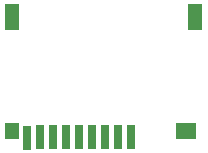
<source format=gbr>
%TF.GenerationSoftware,KiCad,Pcbnew,9.0.0*%
%TF.CreationDate,2025-04-17T10:48:16-04:00*%
%TF.ProjectId,PicoTag,5069636f-5461-4672-9e6b-696361645f70,rev?*%
%TF.SameCoordinates,Original*%
%TF.FileFunction,Paste,Bot*%
%TF.FilePolarity,Positive*%
%FSLAX46Y46*%
G04 Gerber Fmt 4.6, Leading zero omitted, Abs format (unit mm)*
G04 Created by KiCad (PCBNEW 9.0.0) date 2025-04-17 10:48:16*
%MOMM*%
%LPD*%
G01*
G04 APERTURE LIST*
%ADD10R,1.780000X1.400000*%
%ADD11R,1.270000X2.290000*%
%ADD12R,1.200000X1.400000*%
%ADD13R,0.700000X2.000000*%
G04 APERTURE END LIST*
D10*
%TO.C,Card1*%
X182740000Y-52810000D03*
D11*
X183500000Y-43160000D03*
X168010000Y-43150000D03*
D12*
X167980000Y-52810000D03*
D13*
X169260000Y-53350000D03*
X170360000Y-53340000D03*
X171460000Y-53340000D03*
X172560000Y-53340000D03*
X173650000Y-53340000D03*
X174750000Y-53340000D03*
X175850000Y-53340000D03*
X176950000Y-53340000D03*
X178040000Y-53340000D03*
%TD*%
M02*

</source>
